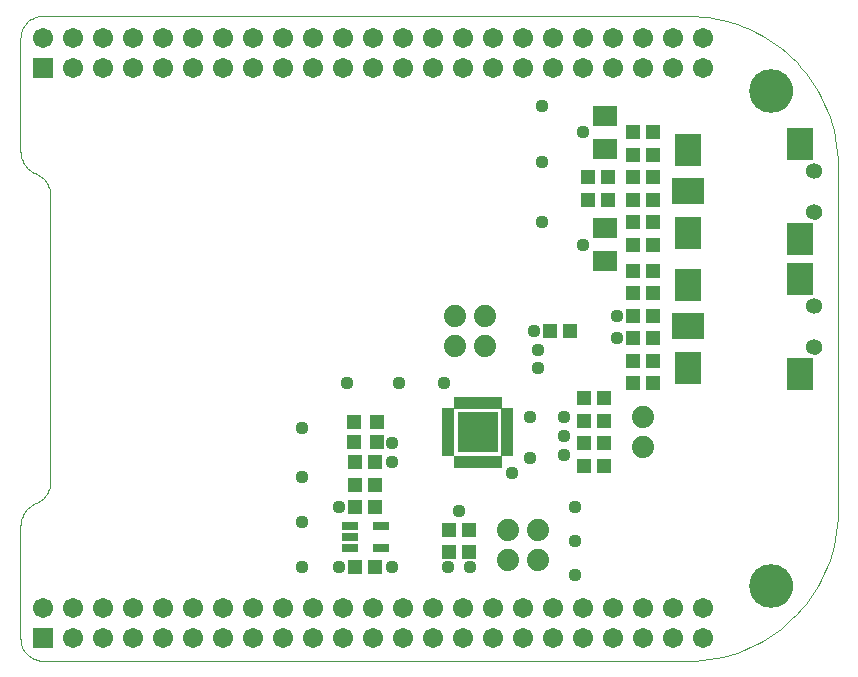
<source format=gbs>
G75*
G70*
%OFA0B0*%
%FSLAX24Y24*%
%IPPOS*%
%LPD*%
%AMOC8*
5,1,8,0,0,1.08239X$1,22.5*
%
%ADD10R,0.0513X0.0474*%
%ADD11R,0.0552X0.0297*%
%ADD12R,0.0395X0.0192*%
%ADD13R,0.0192X0.0395*%
%ADD14R,0.1320X0.1320*%
%ADD15C,0.0000*%
%ADD16C,0.0533*%
%ADD17R,0.0867X0.1064*%
%ADD18R,0.1104X0.0867*%
%ADD19R,0.0674X0.0674*%
%ADD20C,0.0674*%
%ADD21C,0.1458*%
%ADD22R,0.0474X0.0513*%
%ADD23R,0.0789X0.0710*%
%ADD24C,0.0740*%
%ADD25C,0.0437*%
D10*
X018415Y005775D03*
X019085Y005775D03*
X021540Y006275D03*
X022210Y006275D03*
X022210Y007025D03*
X021540Y007025D03*
X019085Y007775D03*
X018415Y007775D03*
X018415Y008525D03*
X019085Y008525D03*
X019085Y009275D03*
X018415Y009275D03*
X024915Y013650D03*
X025585Y013650D03*
X027665Y013400D03*
X028335Y013400D03*
X028335Y012650D03*
X027665Y012650D03*
X027665Y011900D03*
X028335Y011900D03*
X026710Y011400D03*
X026040Y011400D03*
X026040Y010650D03*
X026710Y010650D03*
X026710Y009900D03*
X026040Y009900D03*
X026040Y009150D03*
X026710Y009150D03*
X027665Y014150D03*
X028335Y014150D03*
X028335Y014900D03*
X027665Y014900D03*
X027665Y015650D03*
X028335Y015650D03*
X028335Y016525D03*
X027665Y016525D03*
X027665Y017275D03*
X028335Y017275D03*
X028335Y019525D03*
X027665Y019525D03*
X027665Y020275D03*
X028335Y020275D03*
D11*
X019262Y007149D03*
X019262Y006401D03*
X018238Y006401D03*
X018238Y006775D03*
X018238Y007149D03*
D12*
X021516Y009586D03*
X021516Y009783D03*
X021516Y009980D03*
X021516Y010177D03*
X021516Y010373D03*
X021516Y010570D03*
X021516Y010767D03*
X021516Y010964D03*
X023484Y010964D03*
X023484Y010767D03*
X023484Y010570D03*
X023484Y010373D03*
X023484Y010177D03*
X023484Y009980D03*
X023484Y009783D03*
X023484Y009586D03*
D13*
X023189Y009291D03*
X022992Y009291D03*
X022795Y009291D03*
X022598Y009291D03*
X022402Y009291D03*
X022205Y009291D03*
X022008Y009291D03*
X021811Y009291D03*
X021811Y011259D03*
X022008Y011259D03*
X022205Y011259D03*
X022402Y011259D03*
X022598Y011259D03*
X022795Y011259D03*
X022992Y011259D03*
X023189Y011259D03*
D14*
X022500Y010275D03*
D15*
X007250Y007150D02*
X007250Y003400D01*
X007252Y003346D01*
X007258Y003293D01*
X007267Y003241D01*
X007280Y003189D01*
X007297Y003138D01*
X007318Y003088D01*
X007342Y003041D01*
X007369Y002995D01*
X007400Y002951D01*
X007433Y002909D01*
X007470Y002870D01*
X007509Y002833D01*
X007551Y002800D01*
X007595Y002769D01*
X007641Y002742D01*
X007688Y002718D01*
X007738Y002697D01*
X007789Y002680D01*
X007841Y002667D01*
X007893Y002658D01*
X007946Y002652D01*
X008000Y002650D01*
X029500Y002650D01*
X031587Y005150D02*
X031589Y005202D01*
X031595Y005254D01*
X031605Y005305D01*
X031618Y005355D01*
X031636Y005405D01*
X031657Y005452D01*
X031681Y005498D01*
X031710Y005542D01*
X031741Y005584D01*
X031775Y005623D01*
X031812Y005660D01*
X031852Y005693D01*
X031895Y005724D01*
X031939Y005751D01*
X031985Y005775D01*
X032034Y005795D01*
X032083Y005811D01*
X032134Y005824D01*
X032185Y005833D01*
X032237Y005838D01*
X032289Y005839D01*
X032341Y005836D01*
X032393Y005829D01*
X032444Y005818D01*
X032494Y005804D01*
X032543Y005785D01*
X032590Y005763D01*
X032635Y005738D01*
X032679Y005709D01*
X032720Y005677D01*
X032759Y005642D01*
X032794Y005604D01*
X032827Y005563D01*
X032857Y005521D01*
X032883Y005476D01*
X032906Y005429D01*
X032925Y005380D01*
X032941Y005330D01*
X032953Y005280D01*
X032961Y005228D01*
X032965Y005176D01*
X032965Y005124D01*
X032961Y005072D01*
X032953Y005020D01*
X032941Y004970D01*
X032925Y004920D01*
X032906Y004871D01*
X032883Y004824D01*
X032857Y004779D01*
X032827Y004737D01*
X032794Y004696D01*
X032759Y004658D01*
X032720Y004623D01*
X032679Y004591D01*
X032635Y004562D01*
X032590Y004537D01*
X032543Y004515D01*
X032494Y004496D01*
X032444Y004482D01*
X032393Y004471D01*
X032341Y004464D01*
X032289Y004461D01*
X032237Y004462D01*
X032185Y004467D01*
X032134Y004476D01*
X032083Y004489D01*
X032034Y004505D01*
X031985Y004525D01*
X031939Y004549D01*
X031895Y004576D01*
X031852Y004607D01*
X031812Y004640D01*
X031775Y004677D01*
X031741Y004716D01*
X031710Y004758D01*
X031681Y004802D01*
X031657Y004848D01*
X031636Y004895D01*
X031618Y004945D01*
X031605Y004995D01*
X031595Y005046D01*
X031589Y005098D01*
X031587Y005150D01*
X029500Y002650D02*
X029738Y002656D01*
X029975Y002673D01*
X030212Y002701D01*
X030446Y002740D01*
X030679Y002791D01*
X030909Y002853D01*
X031135Y002925D01*
X031358Y003008D01*
X031577Y003102D01*
X031791Y003206D01*
X032000Y003320D01*
X032203Y003444D01*
X032400Y003577D01*
X032591Y003720D01*
X032774Y003871D01*
X032950Y004031D01*
X033119Y004200D01*
X033279Y004376D01*
X033430Y004559D01*
X033573Y004750D01*
X033706Y004947D01*
X033830Y005150D01*
X033944Y005359D01*
X034048Y005573D01*
X034142Y005792D01*
X034225Y006015D01*
X034297Y006241D01*
X034359Y006471D01*
X034410Y006704D01*
X034449Y006938D01*
X034477Y007175D01*
X034494Y007412D01*
X034500Y007650D01*
X034500Y019150D01*
X033487Y018989D02*
X033489Y019018D01*
X033495Y019047D01*
X033504Y019075D01*
X033517Y019102D01*
X033534Y019127D01*
X033553Y019149D01*
X033575Y019168D01*
X033600Y019185D01*
X033627Y019198D01*
X033655Y019207D01*
X033684Y019213D01*
X033713Y019215D01*
X033742Y019213D01*
X033771Y019207D01*
X033799Y019198D01*
X033826Y019185D01*
X033851Y019168D01*
X033873Y019149D01*
X033892Y019127D01*
X033909Y019102D01*
X033922Y019075D01*
X033931Y019047D01*
X033937Y019018D01*
X033939Y018989D01*
X033937Y018960D01*
X033931Y018931D01*
X033922Y018903D01*
X033909Y018876D01*
X033892Y018851D01*
X033873Y018829D01*
X033851Y018810D01*
X033826Y018793D01*
X033799Y018780D01*
X033771Y018771D01*
X033742Y018765D01*
X033713Y018763D01*
X033684Y018765D01*
X033655Y018771D01*
X033627Y018780D01*
X033600Y018793D01*
X033575Y018810D01*
X033553Y018829D01*
X033534Y018851D01*
X033517Y018876D01*
X033504Y018903D01*
X033495Y018931D01*
X033489Y018960D01*
X033487Y018989D01*
X033487Y017611D02*
X033489Y017640D01*
X033495Y017669D01*
X033504Y017697D01*
X033517Y017724D01*
X033534Y017749D01*
X033553Y017771D01*
X033575Y017790D01*
X033600Y017807D01*
X033627Y017820D01*
X033655Y017829D01*
X033684Y017835D01*
X033713Y017837D01*
X033742Y017835D01*
X033771Y017829D01*
X033799Y017820D01*
X033826Y017807D01*
X033851Y017790D01*
X033873Y017771D01*
X033892Y017749D01*
X033909Y017724D01*
X033922Y017697D01*
X033931Y017669D01*
X033937Y017640D01*
X033939Y017611D01*
X033937Y017582D01*
X033931Y017553D01*
X033922Y017525D01*
X033909Y017498D01*
X033892Y017473D01*
X033873Y017451D01*
X033851Y017432D01*
X033826Y017415D01*
X033799Y017402D01*
X033771Y017393D01*
X033742Y017387D01*
X033713Y017385D01*
X033684Y017387D01*
X033655Y017393D01*
X033627Y017402D01*
X033600Y017415D01*
X033575Y017432D01*
X033553Y017451D01*
X033534Y017473D01*
X033517Y017498D01*
X033504Y017525D01*
X033495Y017553D01*
X033489Y017582D01*
X033487Y017611D01*
X034500Y019150D02*
X034494Y019388D01*
X034477Y019625D01*
X034449Y019862D01*
X034410Y020096D01*
X034359Y020329D01*
X034297Y020559D01*
X034225Y020785D01*
X034142Y021008D01*
X034048Y021227D01*
X033944Y021441D01*
X033830Y021650D01*
X033706Y021853D01*
X033573Y022050D01*
X033430Y022241D01*
X033279Y022424D01*
X033119Y022600D01*
X032950Y022769D01*
X032774Y022929D01*
X032591Y023080D01*
X032400Y023223D01*
X032203Y023356D01*
X032000Y023480D01*
X031791Y023594D01*
X031577Y023698D01*
X031358Y023792D01*
X031135Y023875D01*
X030909Y023947D01*
X030679Y024009D01*
X030446Y024060D01*
X030212Y024099D01*
X029975Y024127D01*
X029738Y024144D01*
X029500Y024150D01*
X008000Y024150D01*
X007946Y024148D01*
X007893Y024142D01*
X007841Y024133D01*
X007789Y024120D01*
X007738Y024103D01*
X007688Y024082D01*
X007641Y024058D01*
X007595Y024031D01*
X007551Y024000D01*
X007509Y023967D01*
X007470Y023930D01*
X007433Y023891D01*
X007400Y023849D01*
X007369Y023805D01*
X007342Y023759D01*
X007318Y023712D01*
X007297Y023662D01*
X007280Y023611D01*
X007267Y023559D01*
X007258Y023507D01*
X007252Y023454D01*
X007250Y023400D01*
X007250Y019650D01*
X007252Y019594D01*
X007258Y019538D01*
X007267Y019482D01*
X007281Y019428D01*
X007298Y019374D01*
X007319Y019322D01*
X007343Y019272D01*
X007371Y019223D01*
X007403Y019176D01*
X007437Y019131D01*
X007474Y019089D01*
X007514Y019050D01*
X007557Y019014D01*
X007602Y018980D01*
X007650Y018950D01*
X007699Y018923D01*
X007750Y018900D01*
X007801Y018877D01*
X007850Y018850D01*
X007898Y018820D01*
X007943Y018786D01*
X007986Y018750D01*
X008026Y018711D01*
X008063Y018669D01*
X008097Y018624D01*
X008129Y018577D01*
X008157Y018528D01*
X008181Y018478D01*
X008202Y018426D01*
X008219Y018372D01*
X008233Y018318D01*
X008242Y018262D01*
X008248Y018206D01*
X008250Y018150D01*
X008250Y008650D01*
X008248Y008594D01*
X008242Y008538D01*
X008233Y008482D01*
X008219Y008428D01*
X008202Y008374D01*
X008181Y008322D01*
X008157Y008272D01*
X008129Y008223D01*
X008097Y008176D01*
X008063Y008131D01*
X008026Y008089D01*
X007986Y008050D01*
X007943Y008014D01*
X007898Y007980D01*
X007850Y007950D01*
X007801Y007923D01*
X007750Y007900D01*
X007699Y007877D01*
X007650Y007850D01*
X007602Y007820D01*
X007557Y007786D01*
X007514Y007750D01*
X007474Y007711D01*
X007437Y007669D01*
X007403Y007624D01*
X007371Y007577D01*
X007343Y007528D01*
X007319Y007478D01*
X007298Y007426D01*
X007281Y007372D01*
X007267Y007318D01*
X007258Y007262D01*
X007252Y007206D01*
X007250Y007150D01*
X031587Y021650D02*
X031589Y021702D01*
X031595Y021754D01*
X031605Y021805D01*
X031618Y021855D01*
X031636Y021905D01*
X031657Y021952D01*
X031681Y021998D01*
X031710Y022042D01*
X031741Y022084D01*
X031775Y022123D01*
X031812Y022160D01*
X031852Y022193D01*
X031895Y022224D01*
X031939Y022251D01*
X031985Y022275D01*
X032034Y022295D01*
X032083Y022311D01*
X032134Y022324D01*
X032185Y022333D01*
X032237Y022338D01*
X032289Y022339D01*
X032341Y022336D01*
X032393Y022329D01*
X032444Y022318D01*
X032494Y022304D01*
X032543Y022285D01*
X032590Y022263D01*
X032635Y022238D01*
X032679Y022209D01*
X032720Y022177D01*
X032759Y022142D01*
X032794Y022104D01*
X032827Y022063D01*
X032857Y022021D01*
X032883Y021976D01*
X032906Y021929D01*
X032925Y021880D01*
X032941Y021830D01*
X032953Y021780D01*
X032961Y021728D01*
X032965Y021676D01*
X032965Y021624D01*
X032961Y021572D01*
X032953Y021520D01*
X032941Y021470D01*
X032925Y021420D01*
X032906Y021371D01*
X032883Y021324D01*
X032857Y021279D01*
X032827Y021237D01*
X032794Y021196D01*
X032759Y021158D01*
X032720Y021123D01*
X032679Y021091D01*
X032635Y021062D01*
X032590Y021037D01*
X032543Y021015D01*
X032494Y020996D01*
X032444Y020982D01*
X032393Y020971D01*
X032341Y020964D01*
X032289Y020961D01*
X032237Y020962D01*
X032185Y020967D01*
X032134Y020976D01*
X032083Y020989D01*
X032034Y021005D01*
X031985Y021025D01*
X031939Y021049D01*
X031895Y021076D01*
X031852Y021107D01*
X031812Y021140D01*
X031775Y021177D01*
X031741Y021216D01*
X031710Y021258D01*
X031681Y021302D01*
X031657Y021348D01*
X031636Y021395D01*
X031618Y021445D01*
X031605Y021495D01*
X031595Y021546D01*
X031589Y021598D01*
X031587Y021650D01*
X033487Y014489D02*
X033489Y014518D01*
X033495Y014547D01*
X033504Y014575D01*
X033517Y014602D01*
X033534Y014627D01*
X033553Y014649D01*
X033575Y014668D01*
X033600Y014685D01*
X033627Y014698D01*
X033655Y014707D01*
X033684Y014713D01*
X033713Y014715D01*
X033742Y014713D01*
X033771Y014707D01*
X033799Y014698D01*
X033826Y014685D01*
X033851Y014668D01*
X033873Y014649D01*
X033892Y014627D01*
X033909Y014602D01*
X033922Y014575D01*
X033931Y014547D01*
X033937Y014518D01*
X033939Y014489D01*
X033937Y014460D01*
X033931Y014431D01*
X033922Y014403D01*
X033909Y014376D01*
X033892Y014351D01*
X033873Y014329D01*
X033851Y014310D01*
X033826Y014293D01*
X033799Y014280D01*
X033771Y014271D01*
X033742Y014265D01*
X033713Y014263D01*
X033684Y014265D01*
X033655Y014271D01*
X033627Y014280D01*
X033600Y014293D01*
X033575Y014310D01*
X033553Y014329D01*
X033534Y014351D01*
X033517Y014376D01*
X033504Y014403D01*
X033495Y014431D01*
X033489Y014460D01*
X033487Y014489D01*
X033487Y013111D02*
X033489Y013140D01*
X033495Y013169D01*
X033504Y013197D01*
X033517Y013224D01*
X033534Y013249D01*
X033553Y013271D01*
X033575Y013290D01*
X033600Y013307D01*
X033627Y013320D01*
X033655Y013329D01*
X033684Y013335D01*
X033713Y013337D01*
X033742Y013335D01*
X033771Y013329D01*
X033799Y013320D01*
X033826Y013307D01*
X033851Y013290D01*
X033873Y013271D01*
X033892Y013249D01*
X033909Y013224D01*
X033922Y013197D01*
X033931Y013169D01*
X033937Y013140D01*
X033939Y013111D01*
X033937Y013082D01*
X033931Y013053D01*
X033922Y013025D01*
X033909Y012998D01*
X033892Y012973D01*
X033873Y012951D01*
X033851Y012932D01*
X033826Y012915D01*
X033799Y012902D01*
X033771Y012893D01*
X033742Y012887D01*
X033713Y012885D01*
X033684Y012887D01*
X033655Y012893D01*
X033627Y012902D01*
X033600Y012915D01*
X033575Y012932D01*
X033553Y012951D01*
X033534Y012973D01*
X033517Y012998D01*
X033504Y013025D01*
X033495Y013053D01*
X033489Y013082D01*
X033487Y013111D01*
D16*
X033713Y013111D03*
X033713Y014489D03*
X033713Y017611D03*
X033713Y018989D03*
D17*
X033240Y019894D03*
X029500Y019678D03*
X029500Y016922D03*
X029500Y015178D03*
X029500Y012422D03*
X033240Y012206D03*
X033240Y015394D03*
X033240Y016706D03*
D18*
X029500Y018300D03*
X029500Y013800D03*
D19*
X008000Y022400D03*
X008000Y003400D03*
D20*
X009000Y003400D03*
X010000Y003400D03*
X011000Y003400D03*
X012000Y003400D03*
X013000Y003400D03*
X014000Y003400D03*
X015000Y003400D03*
X016000Y003400D03*
X017000Y003400D03*
X018000Y003400D03*
X019000Y003400D03*
X020000Y003400D03*
X021000Y003400D03*
X022000Y003400D03*
X023000Y003400D03*
X024000Y003400D03*
X025000Y003400D03*
X026000Y003400D03*
X027000Y003400D03*
X028000Y003400D03*
X029000Y003400D03*
X030000Y003400D03*
X030000Y004400D03*
X029000Y004400D03*
X028000Y004400D03*
X027000Y004400D03*
X026000Y004400D03*
X025000Y004400D03*
X024000Y004400D03*
X023000Y004400D03*
X022000Y004400D03*
X021000Y004400D03*
X020000Y004400D03*
X019000Y004400D03*
X018000Y004400D03*
X017000Y004400D03*
X016000Y004400D03*
X015000Y004400D03*
X014000Y004400D03*
X013000Y004400D03*
X012000Y004400D03*
X011000Y004400D03*
X010000Y004400D03*
X009000Y004400D03*
X008000Y004400D03*
X009000Y022400D03*
X010000Y022400D03*
X011000Y022400D03*
X012000Y022400D03*
X013000Y022400D03*
X014000Y022400D03*
X015000Y022400D03*
X016000Y022400D03*
X017000Y022400D03*
X018000Y022400D03*
X019000Y022400D03*
X020000Y022400D03*
X021000Y022400D03*
X022000Y022400D03*
X023000Y022400D03*
X024000Y022400D03*
X025000Y022400D03*
X026000Y022400D03*
X027000Y022400D03*
X028000Y022400D03*
X029000Y022400D03*
X030000Y022400D03*
X030000Y023400D03*
X029000Y023400D03*
X028000Y023400D03*
X027000Y023400D03*
X026000Y023400D03*
X025000Y023400D03*
X024000Y023400D03*
X023000Y023400D03*
X022000Y023400D03*
X021000Y023400D03*
X020000Y023400D03*
X019000Y023400D03*
X018000Y023400D03*
X017000Y023400D03*
X016000Y023400D03*
X015000Y023400D03*
X014000Y023400D03*
X013000Y023400D03*
X012000Y023400D03*
X011000Y023400D03*
X010000Y023400D03*
X009000Y023400D03*
X008000Y023400D03*
D21*
X032276Y021650D03*
X032276Y005150D03*
D22*
X019125Y009940D03*
X018375Y009940D03*
X018375Y010610D03*
X019125Y010610D03*
X026165Y018025D03*
X026835Y018025D03*
X027665Y018025D03*
X028335Y018025D03*
X028335Y018775D03*
X027665Y018775D03*
X026835Y018775D03*
X026165Y018775D03*
D23*
X026750Y019724D03*
X026750Y020826D03*
X026750Y017076D03*
X026750Y015974D03*
D24*
X022750Y014150D03*
X021750Y014150D03*
X021750Y013150D03*
X022750Y013150D03*
X028000Y010775D03*
X028000Y009775D03*
X024500Y007025D03*
X023500Y007025D03*
X023500Y006025D03*
X024500Y006025D03*
D25*
X025750Y005525D03*
X025750Y006650D03*
X025750Y007775D03*
X025375Y009525D03*
X025375Y010150D03*
X025375Y010775D03*
X024250Y010775D03*
X024250Y009400D03*
X023625Y008900D03*
X021875Y007650D03*
X019625Y009275D03*
X019625Y009900D03*
X019875Y011900D03*
X018125Y011900D03*
X016625Y010400D03*
X016625Y008775D03*
X017875Y007775D03*
X016625Y007275D03*
X016625Y005775D03*
X017875Y005775D03*
X019625Y005775D03*
X021500Y005775D03*
X022250Y005775D03*
X021375Y011900D03*
X024500Y012400D03*
X024500Y013025D03*
X024375Y013650D03*
X027125Y013400D03*
X027125Y014150D03*
X026000Y016525D03*
X024625Y017275D03*
X024625Y019275D03*
X026000Y020275D03*
X024625Y021150D03*
M02*

</source>
